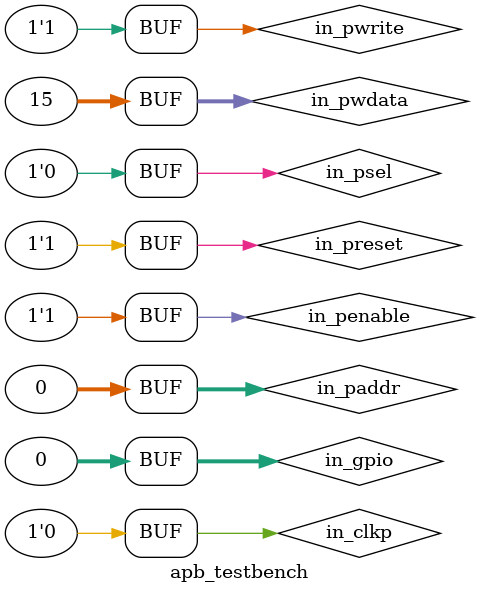
<source format=v>
module apb_testbench();

reg in_clkp, in_preset, in_psel, in_pwrite, in_penable;
reg [31:0] in_paddr, in_pwdata, in_gpio;

wire [31:0] out_prdata, out_gpio;

APB_GPIO apb (.iPCLK (in_clkp),
            .iPRESETn (in_preset),
            .iPSEL (in_psel),
            .iPWRITE (in_pwrite),
            .iPENABLE (in_penable),
            .iPADDR (in_paddr),
            .iPWDATA (in_pwdata),
            .iGPIOin (in_gpio),

            .oPRDATA (out_prdata),
            .oGPIOout (out_gpio)
            );

initial
begin

//cycle 0

in_preset = 1;
in_psel = 0;
in_pwrite = 0;
in_penable = 0;
in_paddr = 0;
in_pwdata = 0;
in_gpio = 0; 
in_clkp = 0; #10;
in_clkp = 1; #10;
in_clkp = 0; #10;


in_preset = 0;
in_clkp = 1; #10;
in_clkp = 0; #10;

in_preset = 1;
in_clkp = 1; #10;
in_clkp = 0; #10;

in_clkp = 1; #10;
in_clkp = 0; #10;

in_pwrite = 1;
in_clkp = 1; #10;
in_clkp = 0;#10;

in_penable = 1;
in_pwdata = 32'h0000000F;
in_clkp = 1; #10;
in_clkp = 0; #10;

in_paddr = 32'h00000004;
in_clkp = 1; #10;
in_clkp = 0; #10;

in_paddr = 32'h00000008;
in_clkp = 1; #10;
in_clkp = 0; #10;

in_paddr = 32'h0000000C;
in_clkp = 1; #10;
in_clkp = 0; #10;

in_paddr = 0;
in_clkp = 1; #10;
in_clkp = 0; #10;

in_clkp = 1; #10;
in_clkp = 0; #10;

end
endmodule

</source>
